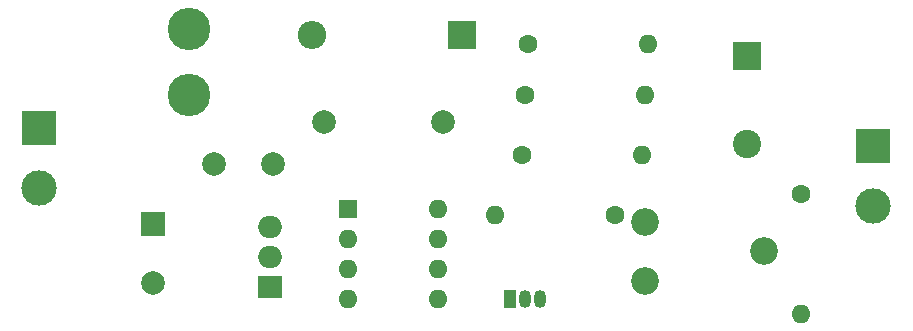
<source format=gbr>
%TF.GenerationSoftware,KiCad,Pcbnew,5.1.9*%
%TF.CreationDate,2021-03-09T01:50:32+01:00*%
%TF.ProjectId,nixie_power,6e697869-655f-4706-9f77-65722e6b6963,rev?*%
%TF.SameCoordinates,Original*%
%TF.FileFunction,Soldermask,Top*%
%TF.FilePolarity,Negative*%
%FSLAX46Y46*%
G04 Gerber Fmt 4.6, Leading zero omitted, Abs format (unit mm)*
G04 Created by KiCad (PCBNEW 5.1.9) date 2021-03-09 01:50:32*
%MOMM*%
%LPD*%
G01*
G04 APERTURE LIST*
%ADD10O,1.600000X1.600000*%
%ADD11C,1.600000*%
%ADD12R,1.600000X1.600000*%
%ADD13C,2.340000*%
%ADD14R,1.050000X1.500000*%
%ADD15O,1.050000X1.500000*%
%ADD16O,2.000000X1.905000*%
%ADD17R,2.000000X1.905000*%
%ADD18C,3.600000*%
%ADD19C,3.000000*%
%ADD20R,3.000000X3.000000*%
%ADD21O,2.400000X2.400000*%
%ADD22R,2.400000X2.400000*%
%ADD23C,2.400000*%
%ADD24C,2.000000*%
%ADD25R,2.000000X2.000000*%
G04 APERTURE END LIST*
D10*
%TO.C,R1*%
X148844000Y-84074000D03*
D11*
X138684000Y-84074000D03*
%TD*%
D10*
%TO.C,U1*%
X131318000Y-93726000D03*
X123698000Y-101346000D03*
X131318000Y-96266000D03*
X123698000Y-98806000D03*
X131318000Y-98806000D03*
X123698000Y-96266000D03*
X131318000Y-101346000D03*
D12*
X123698000Y-93726000D03*
%TD*%
D13*
%TO.C,RV1*%
X148844000Y-99822000D03*
X158844000Y-97322000D03*
X148844000Y-94822000D03*
%TD*%
D10*
%TO.C,R5*%
X136144000Y-94234000D03*
D11*
X146304000Y-94234000D03*
%TD*%
D10*
%TO.C,R4*%
X162052000Y-102616000D03*
D11*
X162052000Y-92456000D03*
%TD*%
%TO.C,R3*%
X138938000Y-79756000D03*
D10*
X149098000Y-79756000D03*
%TD*%
%TO.C,R2*%
X148590000Y-89154000D03*
D11*
X138430000Y-89154000D03*
%TD*%
D14*
%TO.C,Q2*%
X137414000Y-101346000D03*
D15*
X139954000Y-101346000D03*
X138684000Y-101346000D03*
%TD*%
D16*
%TO.C,Q1*%
X117094000Y-95250000D03*
X117094000Y-97790000D03*
D17*
X117094000Y-100330000D03*
%TD*%
D18*
%TO.C,L1*%
X110236000Y-84066000D03*
X110236000Y-78486000D03*
%TD*%
D19*
%TO.C,J2*%
X168148000Y-93472000D03*
D20*
X168148000Y-88392000D03*
%TD*%
D19*
%TO.C,J1*%
X97536000Y-91948000D03*
D20*
X97536000Y-86868000D03*
%TD*%
D21*
%TO.C,D1*%
X120650000Y-78994000D03*
D22*
X133350000Y-78994000D03*
%TD*%
D23*
%TO.C,C4*%
X157480000Y-88272000D03*
D22*
X157480000Y-80772000D03*
%TD*%
D24*
%TO.C,C3*%
X131666000Y-86360000D03*
X121666000Y-86360000D03*
%TD*%
%TO.C,C2*%
X107188000Y-99996000D03*
D25*
X107188000Y-94996000D03*
%TD*%
D24*
%TO.C,C1*%
X112348000Y-89916000D03*
X117348000Y-89916000D03*
%TD*%
M02*

</source>
